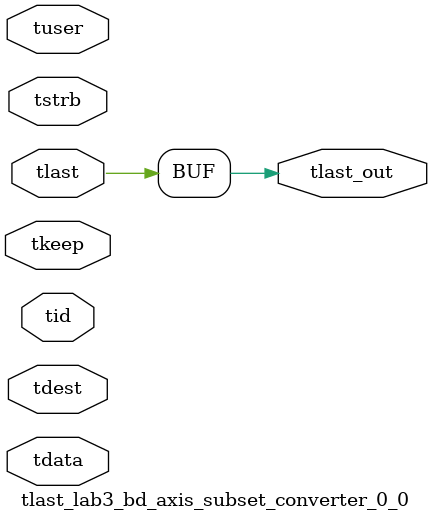
<source format=v>


`timescale 1ps/1ps

module tlast_lab3_bd_axis_subset_converter_0_0 #
(
parameter C_S_AXIS_TID_WIDTH   = 1,
parameter C_S_AXIS_TUSER_WIDTH = 0,
parameter C_S_AXIS_TDATA_WIDTH = 0,
parameter C_S_AXIS_TDEST_WIDTH = 0
)
(
input  [(C_S_AXIS_TID_WIDTH   == 0 ? 1 : C_S_AXIS_TID_WIDTH)-1:0       ] tid,
input  [(C_S_AXIS_TDATA_WIDTH == 0 ? 1 : C_S_AXIS_TDATA_WIDTH)-1:0     ] tdata,
input  [(C_S_AXIS_TUSER_WIDTH == 0 ? 1 : C_S_AXIS_TUSER_WIDTH)-1:0     ] tuser,
input  [(C_S_AXIS_TDEST_WIDTH == 0 ? 1 : C_S_AXIS_TDEST_WIDTH)-1:0     ] tdest,
input  [(C_S_AXIS_TDATA_WIDTH/8)-1:0 ] tkeep,
input  [(C_S_AXIS_TDATA_WIDTH/8)-1:0 ] tstrb,
input  [0:0]                                                             tlast,
output                                                                   tlast_out
);

assign tlast_out = {tlast};

endmodule


</source>
